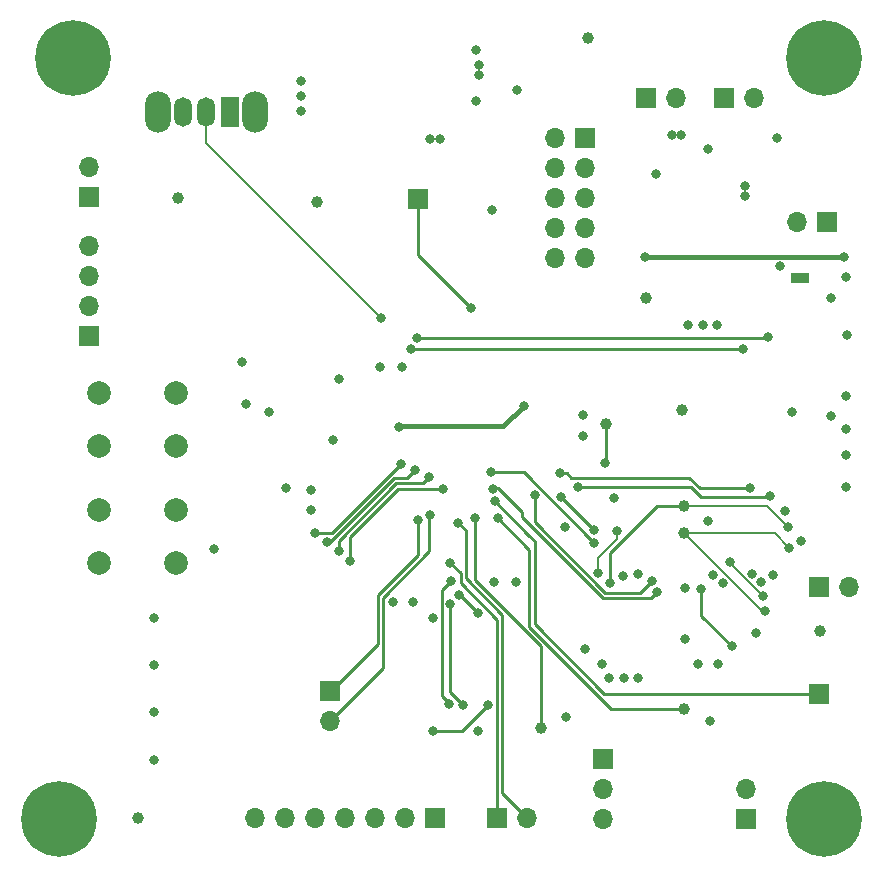
<source format=gbr>
%TF.GenerationSoftware,KiCad,Pcbnew,8.0.0-8.0.0-1~ubuntu22.04.1*%
%TF.CreationDate,2024-03-08T11:34:15-08:00*%
%TF.ProjectId,A1-FlightComputer,41312d46-6c69-4676-9874-436f6d707574,rev?*%
%TF.SameCoordinates,Original*%
%TF.FileFunction,Copper,L4,Bot*%
%TF.FilePolarity,Positive*%
%FSLAX46Y46*%
G04 Gerber Fmt 4.6, Leading zero omitted, Abs format (unit mm)*
G04 Created by KiCad (PCBNEW 8.0.0-8.0.0-1~ubuntu22.04.1) date 2024-03-08 11:34:15*
%MOMM*%
%LPD*%
G01*
G04 APERTURE LIST*
%TA.AperFunction,ComponentPad*%
%ADD10R,1.700000X1.700000*%
%TD*%
%TA.AperFunction,ComponentPad*%
%ADD11O,1.700000X1.700000*%
%TD*%
%TA.AperFunction,ComponentPad*%
%ADD12C,1.000000*%
%TD*%
%TA.AperFunction,ComponentPad*%
%ADD13C,6.400000*%
%TD*%
%TA.AperFunction,ComponentPad*%
%ADD14C,2.000000*%
%TD*%
%TA.AperFunction,ComponentPad*%
%ADD15O,2.200000X3.500000*%
%TD*%
%TA.AperFunction,ComponentPad*%
%ADD16R,1.500000X2.500000*%
%TD*%
%TA.AperFunction,ComponentPad*%
%ADD17O,1.500000X2.500000*%
%TD*%
%TA.AperFunction,ComponentPad*%
%ADD18C,0.600000*%
%TD*%
%TA.AperFunction,SMDPad,CuDef*%
%ADD19R,1.600000X0.900000*%
%TD*%
%TA.AperFunction,ViaPad*%
%ADD20C,0.800000*%
%TD*%
%TA.AperFunction,Conductor*%
%ADD21C,0.250000*%
%TD*%
%TA.AperFunction,Conductor*%
%ADD22C,0.400000*%
%TD*%
%TA.AperFunction,Conductor*%
%ADD23C,0.200000*%
%TD*%
G04 APERTURE END LIST*
D10*
%TO.P,SW301,1,A*%
%TO.N,Net-(J303-Pin_4)*%
X125103298Y-58450000D03*
D11*
%TO.P,SW301,2,B*%
%TO.N,GND*%
X125103298Y-55910000D03*
%TD*%
D10*
%TO.P,J301,1,Pin_1*%
%TO.N,+5V*%
X154380000Y-111000000D03*
D11*
%TO.P,J301,2,Pin_2*%
%TO.N,+3V3*%
X151840000Y-111000000D03*
%TO.P,J301,3,Pin_3*%
%TO.N,/Peripherals/STG0*%
X149300000Y-111000000D03*
%TO.P,J301,4,Pin_4*%
%TO.N,/Peripherals/STG1*%
X146760000Y-111000000D03*
%TO.P,J301,5,Pin_5*%
%TO.N,/Peripherals/STG2*%
X144220000Y-111000000D03*
%TO.P,J301,6,Pin_6*%
%TO.N,/Peripherals/STG3*%
X141680000Y-111000000D03*
%TO.P,J301,7,Pin_7*%
%TO.N,GND*%
X139140000Y-111000000D03*
%TD*%
D12*
%TO.P,TP205,1,1*%
%TO.N,GND*%
X132650000Y-58550000D03*
%TD*%
%TO.P,TP401,1,1*%
%TO.N,+BATT*%
X167400000Y-44950000D03*
%TD*%
%TO.P,TP207,1,1*%
%TO.N,GND*%
X187000000Y-95200000D03*
%TD*%
%TO.P,TP402,1,1*%
%TO.N,+5V*%
X172310000Y-67005600D03*
%TD*%
%TO.P,TP201,1,1*%
%TO.N,/Peripherals/I2C_SDA*%
X175449200Y-84614000D03*
%TD*%
D10*
%TO.P,J202,1,Pin_1*%
%TO.N,/STM32/PC12*%
X153000000Y-58600000D03*
%TD*%
D13*
%TO.P,H104,1,1*%
%TO.N,unconnected-(H104-Pad1)*%
X122555000Y-111125000D03*
%TD*%
D12*
%TO.P,TP208,1,1*%
%TO.N,GND*%
X129275000Y-111050000D03*
%TD*%
D10*
%TO.P,J304,1,Pin_1*%
%TO.N,+5V*%
X180775000Y-111100000D03*
D11*
%TO.P,J304,2,Pin_2*%
%TO.N,Net-(J304-Pin_2)*%
X180775000Y-108560000D03*
%TD*%
D12*
%TO.P,TP206,1,1*%
%TO.N,GND*%
X175300000Y-76500000D03*
%TD*%
D10*
%TO.P,J201,1,Pin_1*%
%TO.N,/STM32/PB15*%
X186950000Y-100500000D03*
%TD*%
D14*
%TO.P,SW202,1,1*%
%TO.N,/STM32/NRST*%
X125950000Y-84937600D03*
X132450000Y-84937600D03*
%TO.P,SW202,2,2*%
%TO.N,GND*%
X125950000Y-89437600D03*
X132450000Y-89437600D03*
%TD*%
D10*
%TO.P,J305,1,Pin_1*%
%TO.N,/Peripherals/I2C_SCL*%
X186875000Y-91485000D03*
D11*
%TO.P,J305,2,Pin_2*%
%TO.N,/Peripherals/I2C_SDA*%
X189415000Y-91485000D03*
%TD*%
D12*
%TO.P,TP209,1,1*%
%TO.N,/STM32/USB_OTG_ID*%
X168859200Y-77673200D03*
%TD*%
D10*
%TO.P,J303,1,Pin_1*%
%TO.N,+3V3*%
X125100000Y-70175000D03*
D11*
%TO.P,J303,2,Pin_2*%
%TO.N,/Peripherals/LoRa_TX*%
X125100000Y-67635000D03*
%TO.P,J303,3,Pin_3*%
%TO.N,/Peripherals/LoRa_RX*%
X125100000Y-65095000D03*
%TO.P,J303,4,Pin_4*%
%TO.N,Net-(J303-Pin_4)*%
X125100000Y-62555000D03*
%TD*%
D15*
%TO.P,SW203,*%
%TO.N,*%
X139150000Y-51200000D03*
X130950000Y-51200000D03*
D16*
%TO.P,SW203,1,A*%
%TO.N,+3V3*%
X137050000Y-51200000D03*
D17*
%TO.P,SW203,2,B*%
%TO.N,Net-(SW203-B)*%
X135050000Y-51200000D03*
%TO.P,SW203,3,C*%
%TO.N,GND*%
X133050000Y-51200000D03*
%TD*%
D12*
%TO.P,TP204,1,1*%
%TO.N,/Peripherals/GoPro_ON*%
X175500000Y-101750000D03*
%TD*%
D10*
%TO.P,J204,1,Pin_1*%
%TO.N,/STM32/PB8*%
X145525000Y-100250000D03*
D11*
%TO.P,J204,2,Pin_2*%
%TO.N,/STM32/PB9*%
X145525000Y-102790000D03*
%TD*%
D13*
%TO.P,H103,1,1*%
%TO.N,unconnected-(H103-Pad1)*%
X187325000Y-111125000D03*
%TD*%
D10*
%TO.P,J306,1,Pin_1*%
%TO.N,Net-(J306-Pin_1)*%
X187558800Y-60551993D03*
D11*
%TO.P,J306,2,Pin_2*%
%TO.N,Net-(J306-Pin_2)*%
X185018800Y-60551993D03*
%TD*%
D10*
%TO.P,J203,1,Pin_1*%
%TO.N,/STM32/PC4*%
X159660000Y-111000000D03*
D11*
%TO.P,J203,2,Pin_2*%
%TO.N,/STM32/PC5*%
X162200000Y-111000000D03*
%TD*%
D14*
%TO.P,SW201,1,1*%
%TO.N,+3V3*%
X132450000Y-79552800D03*
X125950000Y-79552800D03*
%TO.P,SW201,2,2*%
%TO.N,Net-(R201-Pad1)*%
X132450000Y-75052800D03*
X125950000Y-75052800D03*
%TD*%
D18*
%TO.P,U303,9,GND*%
%TO.N,GND*%
X185768000Y-65271593D03*
D19*
X185268000Y-65271593D03*
D18*
X184768000Y-65271593D03*
%TD*%
D12*
%TO.P,TP203,1,1*%
%TO.N,/Peripherals/I2C_SCL*%
X175500000Y-86900000D03*
%TD*%
%TO.P,TP202,1,1*%
%TO.N,/Peripherals/Payload_TEMP*%
X163375000Y-103400000D03*
%TD*%
D13*
%TO.P,H102,1,1*%
%TO.N,unconnected-(H102-Pad1)*%
X187325000Y-46685200D03*
%TD*%
D10*
%TO.P,J205,1,Pin_1*%
%TO.N,GND*%
X167100000Y-53480000D03*
D11*
%TO.P,J205,2,Pin_2*%
%TO.N,+3V3*%
X164560000Y-53480000D03*
%TO.P,J205,3,Pin_3*%
%TO.N,/STM32/JTMS{slash}SWDIO*%
X167100000Y-56020000D03*
%TO.P,J205,4,Pin_4*%
%TO.N,/STM32/JTAG_CON*%
X164560000Y-56020000D03*
%TO.P,J205,5,Pin_5*%
%TO.N,/STM32/JTCK{slash}SWCLK*%
X167100000Y-58560000D03*
%TO.P,J205,6,Pin_6*%
%TO.N,/STM32/NJTRST*%
X164560000Y-58560000D03*
%TO.P,J205,7,Pin_7*%
%TO.N,/STM32/JTDI*%
X167100000Y-61100000D03*
%TO.P,J205,8,Pin_8*%
%TO.N,/STM32/JTDO{slash}TRACESWO*%
X164560000Y-61100000D03*
%TO.P,J205,9,Pin_9*%
%TO.N,Net-(J205-Pin_9)*%
X167100000Y-63640000D03*
%TO.P,J205,10,Pin_10*%
%TO.N,Net-(J205-Pin_10)*%
X164560000Y-63640000D03*
%TD*%
D10*
%TO.P,J401,1,Pin_1*%
%TO.N,Net-(D401-A)*%
X172239400Y-50071000D03*
D11*
%TO.P,J401,2,Pin_2*%
%TO.N,Net-(J401-Pin_2)*%
X174779400Y-50071000D03*
%TD*%
D13*
%TO.P,H101,1,1*%
%TO.N,unconnected-(H101-Pad1)*%
X123748800Y-46685200D03*
%TD*%
D10*
%TO.P,SW401,1,A*%
%TO.N,Net-(J401-Pin_2)*%
X178884200Y-50051600D03*
D11*
%TO.P,SW401,2,B*%
%TO.N,GND*%
X181424200Y-50051600D03*
%TD*%
D12*
%TO.P,TP403,1,1*%
%TO.N,+3V3*%
X144400000Y-58850000D03*
%TD*%
D10*
%TO.P,J302,1,Pin_1*%
%TO.N,GND*%
X168605000Y-106010000D03*
D11*
%TO.P,J302,2,Pin_2*%
%TO.N,/Peripherals/Payload_TEMP*%
X168605000Y-108550000D03*
%TO.P,J302,3,Pin_3*%
%TO.N,GND*%
X168605000Y-111090000D03*
%TD*%
D20*
%TO.N,GND*%
X189215500Y-78107400D03*
X183000000Y-90450000D03*
X135686800Y-88239600D03*
X180652000Y-58370000D03*
X143922000Y-83283200D03*
X183350000Y-53459200D03*
X177550000Y-85900000D03*
X150825200Y-92760800D03*
X166928800Y-78638400D03*
X180652000Y-57506400D03*
X161350000Y-49350000D03*
X177662200Y-102765200D03*
X184000000Y-85000000D03*
X173082800Y-56468000D03*
X187915500Y-76948200D03*
X177950000Y-90450000D03*
X158038800Y-103632000D03*
X189164700Y-75313400D03*
X145796000Y-78994000D03*
X171634100Y-90393200D03*
X168512500Y-98018000D03*
X151587200Y-72796400D03*
X140360400Y-76606400D03*
X159410400Y-91033600D03*
X187969600Y-66991993D03*
X189179600Y-65240400D03*
X146262400Y-73812400D03*
X183591600Y-64306393D03*
X178750000Y-91150000D03*
X189215500Y-82984200D03*
X153954000Y-53522400D03*
X176650000Y-98000000D03*
X175550000Y-95850000D03*
X141782800Y-83108800D03*
X170400000Y-99150000D03*
X189215500Y-80241000D03*
X154817600Y-53522400D03*
X185420000Y-87528400D03*
X138415200Y-75945600D03*
X157916400Y-45953200D03*
%TO.N,+3V3*%
X157916400Y-50322000D03*
X181600000Y-95350000D03*
X159218600Y-59520200D03*
X166928800Y-76911200D03*
X175600000Y-91550000D03*
X170334100Y-90543200D03*
X165505000Y-102438100D03*
X154228800Y-94081600D03*
X171600000Y-99150000D03*
X143032000Y-48645600D03*
X138065200Y-72445600D03*
X130638000Y-98070800D03*
X143922000Y-84908800D03*
X143032000Y-49915600D03*
X169570400Y-83921600D03*
X182000000Y-91050000D03*
X181250000Y-90350000D03*
X143032000Y-51134800D03*
X130646000Y-106080400D03*
X169150000Y-99200000D03*
X165404800Y-86410800D03*
X130646800Y-94071600D03*
X161239200Y-91033600D03*
X130646000Y-102080400D03*
X149758400Y-72796400D03*
X178400000Y-98000000D03*
X167140900Y-96697200D03*
X152552400Y-92760800D03*
%TO.N,+5V*%
X189319600Y-70141993D03*
X177100000Y-69250000D03*
X175830000Y-69250000D03*
X177502400Y-54356800D03*
X178319200Y-69250000D03*
X184600000Y-76650000D03*
%TO.N,/Peripherals/LED3*%
X155041600Y-83159600D03*
X147218400Y-89255600D03*
%TO.N,/Peripherals/LED2*%
X153924000Y-82143600D03*
X146304000Y-88442800D03*
%TO.N,/Peripherals/LED1*%
X152704800Y-81584800D03*
X145288000Y-87680800D03*
%TO.N,/Peripherals/LED0*%
X151485600Y-81076800D03*
X144272000Y-86868000D03*
%TO.N,+BATT*%
X161900000Y-76100000D03*
X172155800Y-63555600D03*
X189027200Y-63513200D03*
X175267200Y-53205600D03*
X158119600Y-47223200D03*
X151333200Y-77876400D03*
X158119600Y-48137600D03*
X174454400Y-53205600D03*
%TO.N,/STM32/PB8*%
X152950000Y-85750000D03*
%TO.N,/STM32/PB9*%
X153950000Y-85350000D03*
%TO.N,/STM32/PB15*%
X159450000Y-84200000D03*
%TO.N,/STM32/PC4*%
X155702000Y-89408000D03*
%TO.N,/STM32/PC5*%
X156362400Y-86004400D03*
%TO.N,/Peripherals/Payload_TEMP*%
X157784800Y-85648800D03*
%TO.N,/STM32/PC12*%
X157434970Y-67808815D03*
%TO.N,/Peripherals/I2C_SDA*%
X184302400Y-86410800D03*
X182200000Y-92250000D03*
X179350000Y-89350000D03*
X169223700Y-91160000D03*
%TO.N,/Peripherals/I2C_SCL*%
X184404000Y-88138000D03*
X182322800Y-93463200D03*
X169800000Y-86750000D03*
X168200000Y-90312500D03*
%TO.N,/Peripherals/GoPro_ON*%
X159715200Y-85648800D03*
%TO.N,Net-(SW203-B)*%
X149850000Y-68700000D03*
%TO.N,/STM32/QuadSPI_IO2*%
X156768800Y-101447600D03*
X155702000Y-92862400D03*
%TO.N,/STM32/QuadSPI_IO1*%
X155752800Y-90932000D03*
X155549600Y-101346000D03*
%TO.N,/STM32/QuadSPI_IO0*%
X158038800Y-93624400D03*
X156464000Y-92100400D03*
%TO.N,/STM32/USB_OTG_ID*%
X168757600Y-80924400D03*
%TO.N,/Peripherals/Actuator_IN1*%
X152900000Y-70400000D03*
X182600000Y-70250000D03*
%TO.N,/Peripherals/Actuator_IN2*%
X152400000Y-71350000D03*
X180500000Y-71300000D03*
%TO.N,/STM32/QuadSPI_NCS*%
X154228800Y-103632000D03*
X158902400Y-101447600D03*
%TO.N,/Peripherals/BME_CS*%
X182727600Y-83718400D03*
X166522400Y-83007200D03*
%TO.N,/Peripherals/BME_INT*%
X181051200Y-83108800D03*
X164998400Y-81838800D03*
%TO.N,/Peripherals/LSM_INT1*%
X165100000Y-83820000D03*
X167900000Y-86650000D03*
%TO.N,/Peripherals/LSM_INT2*%
X167900000Y-87700000D03*
X159150000Y-81700000D03*
X179522800Y-96463200D03*
X176954800Y-91650000D03*
%TO.N,/Peripherals/ADX_INT1*%
X173184100Y-91893200D03*
X159350000Y-83150000D03*
%TO.N,/Peripherals/ADX_INT2*%
X172784100Y-90943200D03*
X162850000Y-83700000D03*
%TD*%
D21*
%TO.N,/Peripherals/LED3*%
X155041600Y-83159600D02*
X151311988Y-83159600D01*
X151311988Y-83159600D02*
X147218400Y-87253188D01*
X147218400Y-87253188D02*
X147218400Y-89255600D01*
%TO.N,/Peripherals/LED2*%
X146304000Y-87531192D02*
X146304000Y-88442800D01*
X153924000Y-82143600D02*
X153372400Y-82695200D01*
X151139992Y-82695200D02*
X146304000Y-87531192D01*
X153372400Y-82695200D02*
X151139992Y-82695200D01*
%TO.N,/Peripherals/LED1*%
X150953596Y-82245200D02*
X145517996Y-87680800D01*
X152044400Y-82245200D02*
X150953596Y-82245200D01*
X152704800Y-81584800D02*
X152044400Y-82245200D01*
X145517996Y-87680800D02*
X145288000Y-87680800D01*
%TO.N,/Peripherals/LED0*%
X144272000Y-86868000D02*
X145694400Y-86868000D01*
X145694400Y-86868000D02*
X151485600Y-81076800D01*
D22*
%TO.N,+BATT*%
X151333200Y-77876400D02*
X151359600Y-77850000D01*
X189020393Y-63506393D02*
X189027200Y-63513200D01*
X172155800Y-63555600D02*
X182758200Y-63555600D01*
X160150000Y-77850000D02*
X161900000Y-76100000D01*
X182766000Y-63506393D02*
X189020393Y-63506393D01*
X151359600Y-77850000D02*
X160150000Y-77850000D01*
D21*
%TO.N,/STM32/PB8*%
X153000000Y-85750000D02*
X153000000Y-88713604D01*
X149550000Y-92163604D02*
X149550000Y-96300000D01*
X149550000Y-96300000D02*
X145600000Y-100250000D01*
X145600000Y-100250000D02*
X145525000Y-100250000D01*
X153000000Y-88713604D02*
X149550000Y-92163604D01*
%TO.N,/STM32/PB9*%
X153931200Y-88418800D02*
X150000000Y-92350000D01*
X153950000Y-85350000D02*
X153931200Y-85368800D01*
X150000000Y-92350000D02*
X150000000Y-98315000D01*
X150000000Y-98315000D02*
X145525000Y-102790000D01*
X153931200Y-85368800D02*
X153931200Y-88418800D01*
%TO.N,/STM32/PB15*%
X186950000Y-100500000D02*
X168727192Y-100500000D01*
X162850000Y-94622808D02*
X162850000Y-87600000D01*
X168727192Y-100500000D02*
X162850000Y-94622808D01*
X159450000Y-84200000D02*
X162350000Y-87100000D01*
X162850000Y-87600000D02*
X162350000Y-87100000D01*
%TO.N,/STM32/PC4*%
X155702000Y-89408000D02*
X156565600Y-90271600D01*
X156565600Y-90271600D02*
X156565600Y-91125895D01*
X159664400Y-103031705D02*
X159660000Y-103036105D01*
X159660000Y-103036105D02*
X159660000Y-111000000D01*
X159664400Y-94224695D02*
X159664400Y-103031705D01*
X156565600Y-91125895D02*
X159664400Y-94224695D01*
%TO.N,/STM32/PC5*%
X160114400Y-93796396D02*
X160114400Y-108914400D01*
X157015600Y-90697596D02*
X160114400Y-93796396D01*
X160114400Y-108914400D02*
X162200000Y-111000000D01*
X157015600Y-86657600D02*
X157015600Y-90697596D01*
X156362400Y-86004400D02*
X157015600Y-86657600D01*
%TO.N,/Peripherals/Payload_TEMP*%
X157784800Y-85648800D02*
X157784800Y-90830400D01*
X157784800Y-90830400D02*
X163375000Y-96420600D01*
X163375000Y-103400000D02*
X163375000Y-96420600D01*
%TO.N,/STM32/PC12*%
X153000000Y-63373845D02*
X153000000Y-58600000D01*
X157434970Y-67808815D02*
X153000000Y-63373845D01*
D23*
%TO.N,/Peripherals/I2C_SDA*%
X182160050Y-92250000D02*
X179350000Y-89439950D01*
X179350000Y-89439950D02*
X179350000Y-89350000D01*
X175449200Y-84614000D02*
X182505600Y-84614000D01*
D21*
X169223700Y-88577340D02*
X169223700Y-91160000D01*
X173187040Y-84614000D02*
X175449200Y-84614000D01*
D23*
X182505600Y-84614000D02*
X184302400Y-86410800D01*
X182200000Y-92250000D02*
X182160050Y-92250000D01*
D21*
X169223700Y-88577340D02*
X173187040Y-84614000D01*
D23*
%TO.N,/Peripherals/I2C_SCL*%
X183166000Y-86900000D02*
X175500000Y-86900000D01*
X182063200Y-93463200D02*
X175500000Y-86900000D01*
X168200000Y-90212500D02*
X168200000Y-90312500D01*
X182322800Y-93463200D02*
X182063200Y-93463200D01*
X168200000Y-90312500D02*
X168100000Y-90312500D01*
X168100000Y-90312500D02*
X168200000Y-90212500D01*
X168200000Y-89000000D02*
X169800000Y-87400000D01*
X168200000Y-90312500D02*
X168200000Y-89000000D01*
X169800000Y-87400000D02*
X169800000Y-86750000D01*
X184404000Y-88138000D02*
X183166000Y-86900000D01*
D21*
%TO.N,/Peripherals/GoPro_ON*%
X159715200Y-85648800D02*
X162400000Y-88333600D01*
X169340796Y-101750000D02*
X175500000Y-101750000D01*
X162400000Y-88333600D02*
X162400000Y-94809204D01*
X162400000Y-94809204D02*
X169340796Y-101750000D01*
D23*
%TO.N,Net-(SW203-B)*%
X135050000Y-53900000D02*
X135050000Y-51200000D01*
X149850000Y-68700000D02*
X135050000Y-53900000D01*
D21*
%TO.N,/STM32/QuadSPI_IO2*%
X155702000Y-100380800D02*
X156768800Y-101447600D01*
X155702000Y-92862400D02*
X155702000Y-100380800D01*
%TO.N,/STM32/QuadSPI_IO1*%
X155549600Y-101295200D02*
X155549600Y-101346000D01*
X155549600Y-101346000D02*
X155600400Y-101346000D01*
X155600400Y-101346000D02*
X155498800Y-101244400D01*
X154977000Y-91707800D02*
X154977000Y-100722600D01*
X154977000Y-100722600D02*
X155549600Y-101295200D01*
X155752800Y-90932000D02*
X154977000Y-91707800D01*
%TO.N,/STM32/QuadSPI_IO0*%
X158038800Y-93624400D02*
X156514800Y-92100400D01*
X156514800Y-92100400D02*
X156464000Y-92100400D01*
%TO.N,/STM32/USB_OTG_ID*%
X168757600Y-80924400D02*
X168859200Y-80822800D01*
X168859200Y-80822800D02*
X168859200Y-77673200D01*
%TO.N,/Peripherals/Actuator_IN1*%
X152900000Y-70400000D02*
X182450000Y-70400000D01*
%TO.N,/Peripherals/Actuator_IN2*%
X152400000Y-71350000D02*
X180400000Y-71350000D01*
%TO.N,/STM32/QuadSPI_NCS*%
X158902400Y-101447600D02*
X156718000Y-103632000D01*
X156718000Y-103632000D02*
X154228800Y-103632000D01*
%TO.N,/Peripherals/BME_CS*%
X176075204Y-83000000D02*
X166529600Y-83000000D01*
X182612200Y-83833800D02*
X176923404Y-83833800D01*
X176089604Y-83000000D02*
X176082404Y-83007200D01*
X182727600Y-83718400D02*
X182612200Y-83833800D01*
X176082404Y-83007200D02*
X176075204Y-83000000D01*
X166529600Y-83000000D02*
X166522400Y-83007200D01*
X176923404Y-83833800D02*
X176089604Y-83000000D01*
%TO.N,/Peripherals/BME_INT*%
X175920400Y-82194400D02*
X165912800Y-82194400D01*
X164998400Y-81838800D02*
X165557200Y-81838800D01*
X181051200Y-83108800D02*
X176834800Y-83108800D01*
X176834800Y-83108800D02*
X175920400Y-82194400D01*
X165912800Y-82194400D02*
X165557200Y-81838800D01*
%TO.N,/Peripherals/LSM_INT1*%
X165100000Y-83820000D02*
X165100000Y-83850000D01*
X165100000Y-83850000D02*
X167900000Y-86650000D01*
%TO.N,/Peripherals/LSM_INT2*%
X161925305Y-81750000D02*
X167875305Y-87700000D01*
X167875305Y-87700000D02*
X167900000Y-87700000D01*
X176954800Y-91650000D02*
X176954800Y-93885200D01*
X159200000Y-81750000D02*
X159150000Y-81700000D01*
X176954800Y-93885200D02*
X179545600Y-96476000D01*
X161953895Y-81750000D02*
X161800000Y-81750000D01*
X161800000Y-81750000D02*
X161925305Y-81750000D01*
X161800000Y-81750000D02*
X159200000Y-81750000D01*
%TO.N,/Peripherals/ADX_INT1*%
X173184100Y-91893200D02*
X172689800Y-92387500D01*
X172689800Y-92387500D02*
X168613299Y-92387500D01*
X168613299Y-92387500D02*
X161750000Y-85524201D01*
X161750000Y-85150000D02*
X159700000Y-83100000D01*
X159700000Y-83100000D02*
X159150000Y-83100000D01*
X161750000Y-85524201D02*
X161750000Y-85150000D01*
%TO.N,/Peripherals/ADX_INT2*%
X162850000Y-85987805D02*
X162850000Y-83700000D01*
X168799695Y-91937500D02*
X171789800Y-91937500D01*
X171789800Y-91937500D02*
X172784100Y-90943200D01*
X168799695Y-91937500D02*
X162850000Y-85987805D01*
%TD*%
M02*

</source>
